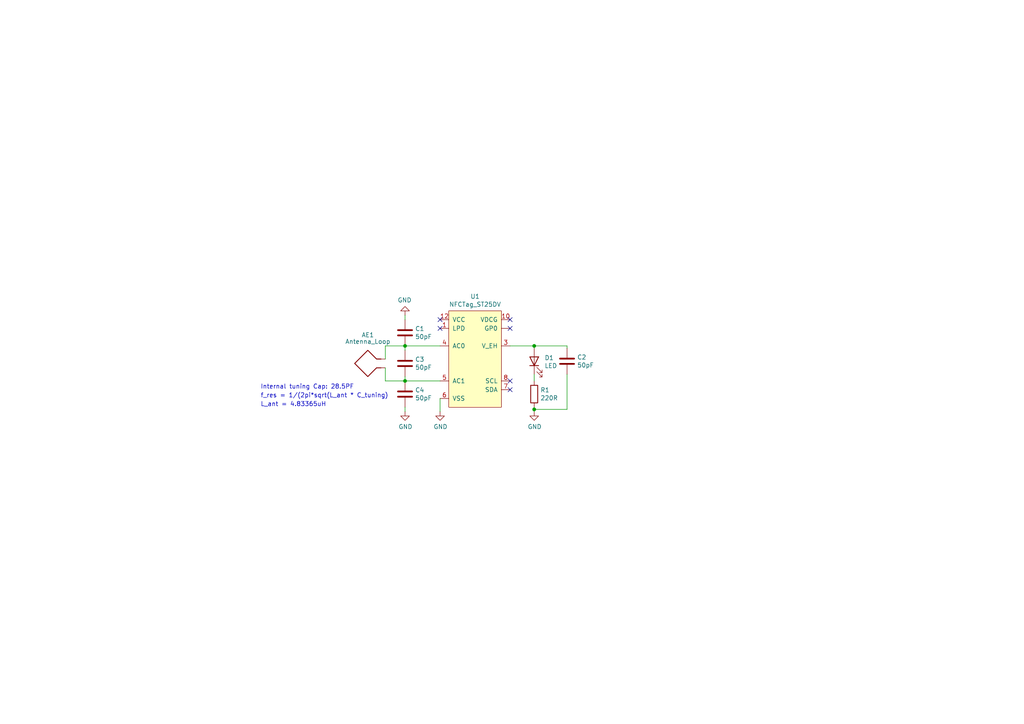
<source format=kicad_sch>
(kicad_sch (version 20211123) (generator eeschema)
  (paper "A4")
  (lib_symbols
    (symbol "Device:Antenna_Loop" (pin_numbers hide) (pin_names (offset 1.016) hide)
      (property "Reference" "AE" (at 1.27 6.35 0))
      (property "Value" "Antenna_Loop" (at 1.27 5.08 0))
      (symbol "Antenna_Loop_0_1"
        (polyline (pts (xy 2.54 -3.81) (xy 2.54 -2.54) (xy 5.08 0) (xy 1.27 3.81) (xy -2.54 0) (xy 0 -2.54) (xy 0 -3.81)) (stroke (width 0.254)))
      )
      (symbol "Antenna_Loop_1_1"
        (pin input line (at 0 -5.08 90) (length 2.54) (name "~") (number "1"))
        (pin input line (at 2.54 -5.08 90) (length 2.54) (name "~") (number "2"))
      )
    )
    (symbol "Device:C" (pin_numbers hide) (pin_names (offset 0.254))
      (property "Reference" "C" (at 0.635 2.54 0))
      (property "Value" "C" (at 0.635 -2.54 0))
      (symbol "C_0_1"
        (polyline (pts (xy -2.032 -0.762) (xy 2.032 -0.762)) (stroke (width 0.508)))
        (polyline (pts (xy -2.032 0.762) (xy 2.032 0.762)) (stroke (width 0.508)))
      )
      (symbol "C_1_1"
        (pin passive line (at 0 3.81 270) (length 2.794) (name "~") (number "1"))
        (pin passive line (at 0 -3.81 90) (length 2.794) (name "~") (number "2"))
      )
    )
    (symbol "Device:LED" (pin_numbers hide) (pin_names (offset 1.016) hide)
      (property "Reference" "D" (at 0 2.54 0))
      (property "Value" "LED" (at 0 -2.54 0))
      (symbol "LED_0_1"
        (polyline (pts (xy -1.27 -1.27) (xy -1.27 1.27)) (stroke (width 0.254)))
        (polyline (pts (xy -1.27 0) (xy 1.27 0)))
        (polyline (pts (xy 1.27 -1.27) (xy 1.27 1.27) (xy -1.27 0) (xy 1.27 -1.27)) (stroke (width 0.254)))
        (polyline (pts (xy -3.048 -0.762) (xy -4.572 -2.286) (xy -3.81 -2.286) (xy -4.572 -2.286) (xy -4.572 -1.524)))
        (polyline (pts (xy -1.778 -0.762) (xy -3.302 -2.286) (xy -2.54 -2.286) (xy -3.302 -2.286) (xy -3.302 -1.524)))
      )
      (symbol "LED_1_1"
        (pin passive line (at -3.81 0 0) (length 2.54) (name "K") (number "1"))
        (pin passive line (at 3.81 0 180) (length 2.54) (name "A") (number "2"))
      )
    )
    (symbol "Device:R" (pin_numbers hide) (pin_names (offset 0))
      (property "Reference" "R" (at 2.032 0 90))
      (property "Value" "R" (at 0 0 90))
      (symbol "R_0_1"
        (rectangle (start -1.016 -2.54) (end 1.016 2.54) (stroke (width 0.254)))
      )
      (symbol "R_1_1"
        (pin passive line (at 0 3.81 270) (length 1.27) (name "~") (number "1"))
        (pin passive line (at 0 -3.81 90) (length 1.27) (name "~") (number "2"))
      )
    )
    (symbol "PCBWallet:NFCTag_ST25DV" (pin_names (offset 1.016))
      (property "Reference" "U" (at 0 11.43 0))
      (property "Value" "NFCTag_ST25DV" (at 0 -19.05 0))
      (symbol "NFCTag_ST25DV_0_1"
        (rectangle (start -7.62 10.16) (end 7.62 -17.78) (fill (type background)))
      )
      (symbol "NFCTag_ST25DV_1_1"
        (pin input line (at -10.16 5.08 0) (length 2.54) (name "LPD") (number "1"))
        (pin input line (at 10.16 7.62 180) (length 2.54) (name "VDCG") (number "10"))
        (pin input line (at -10.16 7.62 0) (length 2.54) (name "VCC") (number "12"))
        (pin no_connect line (at -10.16 -12.7 0) (length 2.54) hide (name "NC") (number "2"))
        (pin output line (at 10.16 0 180) (length 2.54) (name "V_EH") (number "3"))
        (pin bidirectional line (at -10.16 0 0) (length 2.54) (name "AC0") (number "4"))
        (pin bidirectional line (at -10.16 -10.16 0) (length 2.54) (name "AC1") (number "5"))
        (pin output line (at -10.16 -15.24 0) (length 2.54) (name "VSS") (number "6"))
        (pin bidirectional line (at 10.16 -12.7 180) (length 2.54) (name "SDA") (number "7"))
        (pin bidirectional line (at 10.16 -10.16 180) (length 2.54) (name "SCL") (number "8"))
        (pin no_connect line (at 10.16 -15.24 180) (length 2.54) hide (name "NC") (number "9"))
        (pin output line (at 10.16 5.08 180) (length 2.54) (name "GP0") (number "~"))
      )
    )
    (symbol "power:GND" (power) (pin_names (offset 0))
      (property "Value" "GND" (at 0 -3.81 0))
      (symbol "GND_0_1"
        (polyline (pts (xy 0 0) (xy 0 -1.27) (xy 1.27 -1.27) (xy 0 -2.54) (xy -1.27 -1.27) (xy 0 -1.27)))
      )
      (symbol "GND_1_1"
        (pin power_in line (at 0 0 270) (length 0) hide (name "GND") (number "1"))
      )
    )
  )
  (junction (at 117.475 110.49))
  (junction (at 117.475 100.33))
  (junction (at 154.94 100.33))
  (junction (at 154.94 118.745))
  (no_connect (at 147.955 95.25))
  (no_connect (at 127.635 95.25))
  (no_connect (at 127.635 92.71))
  (no_connect (at 147.955 110.49))
  (no_connect (at 147.955 113.03))
  (no_connect (at 147.955 92.71))
  (wire (pts (xy 117.475 100.33) (xy 117.475 101.6)))
  (wire (pts (xy 164.465 108.585) (xy 164.465 118.745)))
  (wire (pts (xy 154.94 100.965) (xy 154.94 100.33)))
  (wire (pts (xy 164.465 100.33) (xy 164.465 100.965)))
  (wire (pts (xy 154.94 100.33) (xy 147.955 100.33)))
  (wire (pts (xy 127.635 110.49) (xy 117.475 110.49)))
  (wire (pts (xy 154.94 118.745) (xy 154.94 118.11)))
  (wire (pts (xy 117.475 91.44) (xy 117.475 92.71)))
  (wire (pts (xy 117.475 100.33) (xy 111.76 100.33)))
  (wire (pts (xy 154.94 100.33) (xy 164.465 100.33)))
  (wire (pts (xy 117.475 110.49) (xy 111.76 110.49)))
  (wire (pts (xy 111.76 100.33) (xy 111.76 104.14)))
  (wire (pts (xy 164.465 118.745) (xy 154.94 118.745)))
  (wire (pts (xy 154.94 119.38) (xy 154.94 118.745)))
  (wire (pts (xy 127.635 115.57) (xy 127.635 119.38)))
  (wire (pts (xy 111.76 110.49) (xy 111.76 106.68)))
  (wire (pts (xy 117.475 110.49) (xy 117.475 109.22)))
  (wire (pts (xy 127.635 100.33) (xy 117.475 100.33)))
  (wire (pts (xy 154.94 110.49) (xy 154.94 108.585)))
  (wire (pts (xy 117.475 118.11) (xy 117.475 119.38)))
  (text "L_ant = 4.83365uH" (at 75.565 118.11 0) (effects (font (size 1.27 1.27)) (justify left bottom)))
  (text "f_res = 1/(2pi*sqrt(L_ant * C_tuning)" (at 75.565 115.57 0) (effects (font (size 1.27 1.27)) (justify left bottom)))
  (text "Internal tuning Cap: 28.5PF" (at 75.565 113.03 0) (effects (font (size 1.27 1.27)) (justify left bottom)))
  (symbol (lib_id "PCBWallet:NFCTag_ST25DV") (at 137.795 100.33 0) (unit 1)
    (property "Reference" "U1" (at 137.795 85.979 0))
    (property "Value" "NFCTag_ST25DV" (at 137.795 88.2904 0))
    (property "Footprint" "Package_DFN_QFN:DFN-12-1EP_3x3mm_P0.45mm_EP1.66x2.38mm" (effects hide))
    (property "Datasheet" "https://www.mouser.de/datasheet/2/389/st25dv04kc-2450072.pdf" (effects hide))
  )
  (symbol (lib_id "Device:Antenna_Loop") (at 106.68 106.68 90) (unit 1)
    (property "Reference" "AE1" (at 106.68 97.155 90))
    (property "Value" "Antenna_Loop" (at 106.68 99.06 90))
    (property "Footprint" "Spyra_Antenna:NFC_2Layer_4.8uH_47x20" (effects hide))
  )
  (symbol (lib_id "Device:C") (at 117.475 105.41 0) (unit 1)
    (property "Reference" "C3" (at 120.396 104.2416 0) (effects (justify left)))
    (property "Value" "50pF" (at 120.396 106.553 0) (effects (justify left)))
    (property "Footprint" "Capacitor_SMD:C_0402_1005Metric" (effects hide))
  )
  (symbol (lib_id "Device:C") (at 117.475 96.52 0) (unit 1)
    (property "Reference" "C1" (at 120.396 95.3516 0) (effects (justify left)))
    (property "Value" "50pF" (at 120.396 97.663 0) (effects (justify left)))
    (property "Footprint" "Capacitor_SMD:C_0402_1005Metric" (effects hide))
  )
  (symbol (lib_id "Device:C") (at 117.475 114.3 0) (unit 1)
    (property "Reference" "C4" (at 120.396 113.1316 0) (effects (justify left)))
    (property "Value" "50pF" (at 120.396 115.443 0) (effects (justify left)))
    (property "Footprint" "Capacitor_SMD:C_0402_1005Metric" (effects hide))
  )
  (symbol (lib_id "power:GND") (at 117.475 119.38 0) (unit 1)
    (property "Reference" "#PWR02" (effects hide))
    (property "Value" "GND" (at 117.602 123.7742 0))
  )
  (symbol (lib_id "power:GND") (at 117.475 91.44 180) (unit 1)
    (property "Reference" "#PWR01" (effects hide))
    (property "Value" "GND" (at 117.348 87.0458 0))
  )
  (symbol (lib_id "power:GND") (at 127.635 119.38 0) (unit 1)
    (property "Reference" "#PWR03" (effects hide))
    (property "Value" "GND" (at 127.762 123.7742 0))
  )
  (symbol (lib_id "Device:LED") (at 154.94 104.775 90) (unit 1)
    (property "Reference" "D1" (at 157.9372 103.7844 90) (effects (justify right)))
    (property "Value" "LED" (at 157.9372 106.0958 90) (effects (justify right)))
    (property "Footprint" "LED_SMD:LED_0603_1608Metric" (effects hide))
  )
  (symbol (lib_id "Device:C") (at 164.465 104.775 0) (unit 1)
    (property "Reference" "C2" (at 167.386 103.6066 0) (effects (justify left)))
    (property "Value" "50pF" (at 167.386 105.918 0) (effects (justify left)))
    (property "Footprint" "Capacitor_SMD:C_0402_1005Metric" (effects hide))
  )
  (symbol (lib_id "Device:R") (at 154.94 114.3 0) (unit 1)
    (property "Reference" "R1" (at 156.718 113.1316 0) (effects (justify left)))
    (property "Value" "220R" (at 156.718 115.443 0) (effects (justify left)))
    (property "Footprint" "Resistor_SMD:R_0402_1005Metric" (effects hide))
  )
  (symbol (lib_id "power:GND") (at 154.94 119.38 0) (unit 1)
    (property "Reference" "#PWR04" (effects hide))
    (property "Value" "GND" (at 155.067 123.7742 0))
  )
)
</source>
